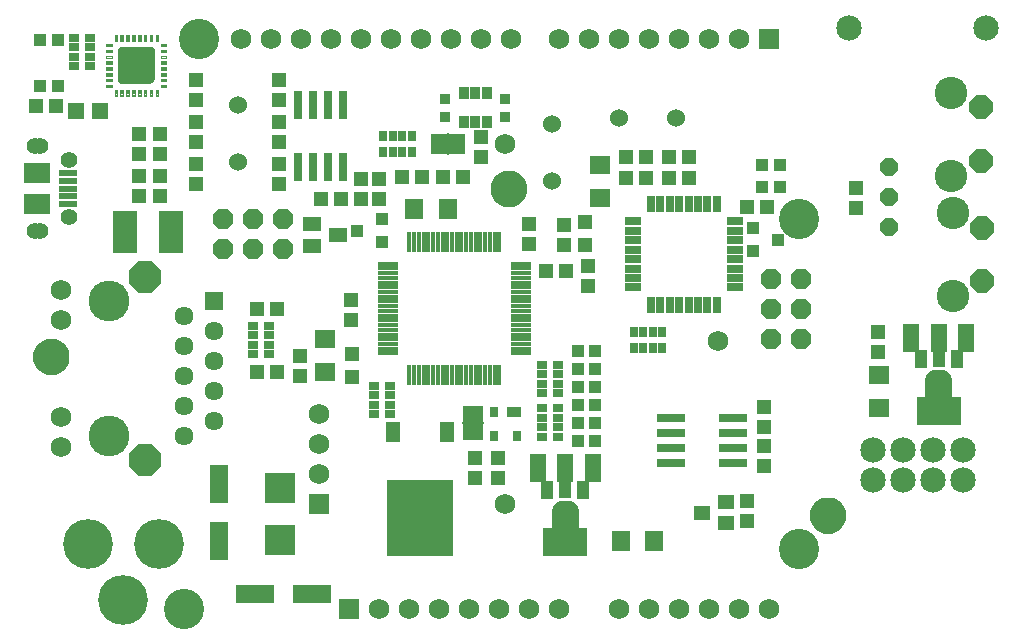
<source format=gts>
G75*
G70*
%OFA0B0*%
%FSLAX24Y24*%
%IPPOS*%
%LPD*%
%AMOC8*
5,1,8,0,0,1.08239X$1,22.5*
%
%ADD10C,0.1340*%
%ADD11C,0.0680*%
%ADD12R,0.0680X0.0680*%
%ADD13R,0.0474X0.0513*%
%ADD14R,0.0513X0.0474*%
%ADD15R,0.0178X0.0710*%
%ADD16R,0.0710X0.0178*%
%ADD17R,0.0631X0.0710*%
%ADD18R,0.0395X0.0395*%
%ADD19C,0.0500*%
%ADD20C,0.0474*%
%ADD21R,0.0560X0.0960*%
%ADD22R,0.1497X0.0946*%
%ADD23R,0.0395X0.0631*%
%ADD24C,0.0660*%
%ADD25R,0.0394X0.0630*%
%ADD26R,0.0634X0.0634*%
%ADD27C,0.0634*%
%ADD28OC8,0.1043*%
%ADD29C,0.1360*%
%ADD30R,0.0474X0.0474*%
%ADD31R,0.0710X0.0631*%
%ADD32R,0.0434X0.0395*%
%ADD33R,0.0300X0.0580*%
%ADD34R,0.0580X0.0300*%
%ADD35C,0.1660*%
%ADD36R,0.2206X0.2521*%
%ADD37R,0.0474X0.0710*%
%ADD38R,0.0631X0.1261*%
%ADD39R,0.1261X0.0631*%
%ADD40R,0.1025X0.1025*%
%ADD41R,0.0474X0.0356*%
%ADD42R,0.0316X0.0356*%
%ADD43C,0.0600*%
%ADD44R,0.0540X0.0710*%
%ADD45R,0.0060X0.0720*%
%ADD46R,0.0828X0.1419*%
%ADD47C,0.0197*%
%ADD48C,0.0040*%
%ADD49R,0.0580X0.0580*%
%ADD50OC8,0.0680*%
%ADD51R,0.0316X0.0946*%
%ADD52R,0.0631X0.0474*%
%ADD53R,0.0277X0.0336*%
%ADD54R,0.0336X0.0277*%
%ADD55R,0.0710X0.0540*%
%ADD56R,0.0720X0.0060*%
%ADD57R,0.0611X0.0237*%
%ADD58R,0.0867X0.0671*%
%ADD59C,0.0556*%
%ADD60R,0.0336X0.0395*%
%ADD61R,0.0380X0.0380*%
%ADD62C,0.0848*%
%ADD63R,0.0530X0.0480*%
%ADD64R,0.0460X0.0480*%
%ADD65OC8,0.0600*%
%ADD66R,0.0946X0.0316*%
%ADD67OC8,0.0780*%
%ADD68C,0.1080*%
D10*
X006940Y001550D03*
X027440Y003550D03*
X027440Y014550D03*
X007440Y020550D03*
D11*
X008840Y020550D03*
X009840Y020550D03*
X010840Y020550D03*
X011840Y020550D03*
X012840Y020550D03*
X013840Y020550D03*
X014840Y020550D03*
X015840Y020550D03*
X016840Y020550D03*
X017840Y020550D03*
X019440Y020550D03*
X020440Y020550D03*
X021440Y020550D03*
X022440Y020550D03*
X023440Y020550D03*
X024440Y020550D03*
X025440Y020550D03*
X017640Y017050D03*
X024715Y010475D03*
X017640Y005050D03*
X011440Y006050D03*
X011440Y007050D03*
X011440Y008050D03*
X002834Y007942D03*
X002834Y006942D03*
X002834Y011158D03*
X002834Y012158D03*
X013440Y001550D03*
X014440Y001550D03*
X015440Y001550D03*
X016440Y001550D03*
X017440Y001550D03*
X018440Y001550D03*
X019440Y001550D03*
X021440Y001550D03*
X022440Y001550D03*
X023440Y001550D03*
X024440Y001550D03*
X025440Y001550D03*
X026440Y001550D03*
D12*
X012440Y001550D03*
X011440Y005050D03*
X026440Y020550D03*
D13*
X016840Y017285D03*
X016840Y016615D03*
X013440Y015885D03*
X012840Y015885D03*
X012840Y015215D03*
X013440Y015215D03*
X010090Y015715D03*
X010090Y016385D03*
X010090Y017115D03*
X010090Y017785D03*
X010090Y018515D03*
X010090Y019185D03*
X007340Y019185D03*
X007340Y018515D03*
X007340Y017785D03*
X007340Y017115D03*
X007340Y016385D03*
X007340Y015715D03*
X006140Y015985D03*
X005440Y015985D03*
X005440Y015315D03*
X006140Y015315D03*
X006140Y016715D03*
X005440Y016715D03*
X005440Y017385D03*
X006140Y017385D03*
X012490Y011835D03*
X012490Y011165D03*
X010790Y009985D03*
X010790Y009315D03*
X016640Y006585D03*
X017390Y006585D03*
X017390Y005915D03*
X016640Y005915D03*
X020390Y012315D03*
X020390Y012985D03*
X019590Y013665D03*
X019590Y014335D03*
X018440Y014385D03*
X018440Y013715D03*
X030065Y010785D03*
X030065Y010115D03*
D14*
X026375Y014950D03*
X025705Y014950D03*
X023775Y015900D03*
X023105Y015900D03*
X022325Y015900D03*
X021655Y015900D03*
X021655Y016600D03*
X022325Y016600D03*
X023105Y016600D03*
X023775Y016600D03*
X016225Y015950D03*
X015555Y015950D03*
X014875Y015950D03*
X014205Y015950D03*
X012175Y015200D03*
X011505Y015200D03*
X010025Y011550D03*
X009355Y011550D03*
X009355Y009450D03*
X010025Y009450D03*
X019005Y012800D03*
X019675Y012800D03*
X002675Y018300D03*
X002005Y018300D03*
D15*
X014444Y013755D03*
X014601Y013755D03*
X014759Y013755D03*
X014916Y013755D03*
X015074Y013755D03*
X015231Y013755D03*
X015389Y013755D03*
X015546Y013755D03*
X015704Y013755D03*
X015861Y013755D03*
X016019Y013755D03*
X016176Y013755D03*
X016334Y013755D03*
X016491Y013755D03*
X016649Y013755D03*
X016806Y013755D03*
X016964Y013755D03*
X017121Y013755D03*
X017279Y013755D03*
X017436Y013755D03*
X017436Y009345D03*
X017279Y009345D03*
X017121Y009345D03*
X016964Y009345D03*
X016806Y009345D03*
X016649Y009345D03*
X016491Y009345D03*
X016334Y009345D03*
X016176Y009345D03*
X016019Y009345D03*
X015861Y009345D03*
X015704Y009345D03*
X015546Y009345D03*
X015389Y009345D03*
X015231Y009345D03*
X015074Y009345D03*
X014916Y009345D03*
X014759Y009345D03*
X014601Y009345D03*
X014444Y009345D03*
D16*
X013735Y010054D03*
X013735Y010211D03*
X013735Y010369D03*
X013735Y010526D03*
X013735Y010684D03*
X013735Y010841D03*
X013735Y010999D03*
X013735Y011156D03*
X013735Y011314D03*
X013735Y011471D03*
X013735Y011629D03*
X013735Y011786D03*
X013735Y011944D03*
X013735Y012101D03*
X013735Y012259D03*
X013735Y012416D03*
X013735Y012574D03*
X013735Y012731D03*
X013735Y012889D03*
X013735Y013046D03*
X018145Y013046D03*
X018145Y012889D03*
X018145Y012731D03*
X018145Y012574D03*
X018145Y012416D03*
X018145Y012259D03*
X018145Y012101D03*
X018145Y011944D03*
X018145Y011786D03*
X018145Y011629D03*
X018145Y011471D03*
X018145Y011314D03*
X018145Y011156D03*
X018145Y010999D03*
X018145Y010841D03*
X018145Y010684D03*
X018145Y010526D03*
X018145Y010369D03*
X018145Y010211D03*
X018145Y010054D03*
D17*
X015711Y014880D03*
X014609Y014880D03*
X021489Y003800D03*
X022591Y003800D03*
D18*
X020635Y007150D03*
X020045Y007150D03*
X020045Y007750D03*
X020635Y007750D03*
X020635Y008350D03*
X020045Y008350D03*
X020045Y008950D03*
X020635Y008950D03*
X020635Y009550D03*
X020045Y009550D03*
X020045Y010150D03*
X020635Y010150D03*
X026195Y015600D03*
X026785Y015600D03*
X026785Y016350D03*
X026195Y016350D03*
X002718Y018958D03*
X002127Y018958D03*
X002127Y020491D03*
X002718Y020491D03*
D19*
X017386Y015550D02*
X017388Y015587D01*
X017394Y015624D01*
X017403Y015659D01*
X017417Y015694D01*
X017433Y015727D01*
X017454Y015758D01*
X017477Y015787D01*
X017503Y015813D01*
X017532Y015836D01*
X017563Y015857D01*
X017596Y015873D01*
X017631Y015887D01*
X017666Y015896D01*
X017703Y015902D01*
X017740Y015904D01*
X017777Y015902D01*
X017814Y015896D01*
X017849Y015887D01*
X017884Y015873D01*
X017917Y015857D01*
X017948Y015836D01*
X017977Y015813D01*
X018003Y015787D01*
X018026Y015758D01*
X018047Y015727D01*
X018063Y015694D01*
X018077Y015659D01*
X018086Y015624D01*
X018092Y015587D01*
X018094Y015550D01*
X018092Y015513D01*
X018086Y015476D01*
X018077Y015441D01*
X018063Y015406D01*
X018047Y015373D01*
X018026Y015342D01*
X018003Y015313D01*
X017977Y015287D01*
X017948Y015264D01*
X017917Y015243D01*
X017884Y015227D01*
X017849Y015213D01*
X017814Y015204D01*
X017777Y015198D01*
X017740Y015196D01*
X017703Y015198D01*
X017666Y015204D01*
X017631Y015213D01*
X017596Y015227D01*
X017563Y015243D01*
X017532Y015264D01*
X017503Y015287D01*
X017477Y015313D01*
X017454Y015342D01*
X017433Y015373D01*
X017417Y015406D01*
X017403Y015441D01*
X017394Y015476D01*
X017388Y015513D01*
X017386Y015550D01*
X002136Y009950D02*
X002138Y009987D01*
X002144Y010024D01*
X002153Y010059D01*
X002167Y010094D01*
X002183Y010127D01*
X002204Y010158D01*
X002227Y010187D01*
X002253Y010213D01*
X002282Y010236D01*
X002313Y010257D01*
X002346Y010273D01*
X002381Y010287D01*
X002416Y010296D01*
X002453Y010302D01*
X002490Y010304D01*
X002527Y010302D01*
X002564Y010296D01*
X002599Y010287D01*
X002634Y010273D01*
X002667Y010257D01*
X002698Y010236D01*
X002727Y010213D01*
X002753Y010187D01*
X002776Y010158D01*
X002797Y010127D01*
X002813Y010094D01*
X002827Y010059D01*
X002836Y010024D01*
X002842Y009987D01*
X002844Y009950D01*
X002842Y009913D01*
X002836Y009876D01*
X002827Y009841D01*
X002813Y009806D01*
X002797Y009773D01*
X002776Y009742D01*
X002753Y009713D01*
X002727Y009687D01*
X002698Y009664D01*
X002667Y009643D01*
X002634Y009627D01*
X002599Y009613D01*
X002564Y009604D01*
X002527Y009598D01*
X002490Y009596D01*
X002453Y009598D01*
X002416Y009604D01*
X002381Y009613D01*
X002346Y009627D01*
X002313Y009643D01*
X002282Y009664D01*
X002253Y009687D01*
X002227Y009713D01*
X002204Y009742D01*
X002183Y009773D01*
X002167Y009806D01*
X002153Y009841D01*
X002144Y009876D01*
X002138Y009913D01*
X002136Y009950D01*
X028024Y004663D02*
X028026Y004700D01*
X028032Y004737D01*
X028041Y004772D01*
X028055Y004807D01*
X028071Y004840D01*
X028092Y004871D01*
X028115Y004900D01*
X028141Y004926D01*
X028170Y004949D01*
X028201Y004970D01*
X028234Y004986D01*
X028269Y005000D01*
X028304Y005009D01*
X028341Y005015D01*
X028378Y005017D01*
X028415Y005015D01*
X028452Y005009D01*
X028487Y005000D01*
X028522Y004986D01*
X028555Y004970D01*
X028586Y004949D01*
X028615Y004926D01*
X028641Y004900D01*
X028664Y004871D01*
X028685Y004840D01*
X028701Y004807D01*
X028715Y004772D01*
X028724Y004737D01*
X028730Y004700D01*
X028732Y004663D01*
X028730Y004626D01*
X028724Y004589D01*
X028715Y004554D01*
X028701Y004519D01*
X028685Y004486D01*
X028664Y004455D01*
X028641Y004426D01*
X028615Y004400D01*
X028586Y004377D01*
X028555Y004356D01*
X028522Y004340D01*
X028487Y004326D01*
X028452Y004317D01*
X028415Y004311D01*
X028378Y004309D01*
X028341Y004311D01*
X028304Y004317D01*
X028269Y004326D01*
X028234Y004340D01*
X028201Y004356D01*
X028170Y004377D01*
X028141Y004400D01*
X028115Y004426D01*
X028092Y004455D01*
X028071Y004486D01*
X028055Y004519D01*
X028041Y004554D01*
X028032Y004589D01*
X028026Y004626D01*
X028024Y004663D01*
D20*
X028378Y004663D03*
X017740Y015550D03*
X002490Y009950D03*
D21*
X018730Y006220D03*
X019640Y006220D03*
X020550Y006220D03*
X031168Y010583D03*
X032078Y010583D03*
X032988Y010583D03*
D22*
X032078Y008142D03*
X019640Y003780D03*
D23*
X019040Y005500D03*
X020240Y005500D03*
X031478Y009875D03*
X032678Y009875D03*
D24*
X032188Y009183D02*
X031968Y009183D01*
X032188Y009183D02*
X032188Y008327D01*
X031968Y008327D01*
X031968Y009183D01*
X031968Y008986D02*
X032188Y008986D01*
X019750Y004808D02*
X019530Y004808D01*
X019750Y004808D02*
X019750Y003952D01*
X019530Y003952D01*
X019530Y004808D01*
X019530Y004611D02*
X019750Y004611D01*
D25*
X019640Y005530D03*
X032078Y009905D03*
D26*
X007940Y011800D03*
D27*
X006940Y011300D03*
X007940Y010800D03*
X006940Y010300D03*
X007940Y009800D03*
X006940Y009300D03*
X007940Y008800D03*
X006940Y008300D03*
X007940Y007800D03*
X006940Y007300D03*
D28*
X005641Y006501D03*
X005641Y012599D03*
D29*
X004440Y011800D03*
X004440Y007300D03*
D30*
X012540Y009256D03*
X012540Y010044D03*
X020290Y013656D03*
X020290Y014444D03*
D31*
X020790Y015249D03*
X020790Y016351D03*
X011640Y010551D03*
X011640Y009449D03*
X030090Y009326D03*
X030090Y008224D03*
D32*
X025896Y013476D03*
X026723Y013850D03*
X025896Y014224D03*
X013534Y014524D03*
X012707Y014150D03*
X013534Y013776D03*
D33*
X022488Y015046D03*
X022803Y015046D03*
X023118Y015046D03*
X023433Y015046D03*
X023747Y015046D03*
X024062Y015046D03*
X024377Y015046D03*
X024692Y015046D03*
X024692Y011666D03*
X024377Y011666D03*
X024062Y011666D03*
X023747Y011666D03*
X023433Y011666D03*
X023118Y011666D03*
X022803Y011666D03*
X022488Y011666D03*
D34*
X021900Y012254D03*
X021900Y012569D03*
X021900Y012884D03*
X021900Y013199D03*
X021900Y013514D03*
X021900Y013829D03*
X021900Y014144D03*
X021900Y014459D03*
X025280Y014459D03*
X025280Y014144D03*
X025280Y013829D03*
X025280Y013514D03*
X025280Y013199D03*
X025280Y012884D03*
X025280Y012569D03*
X025280Y012254D03*
D35*
X004903Y001850D03*
X006084Y003700D03*
X003721Y003700D03*
D36*
X014790Y004566D03*
D37*
X013892Y007440D03*
X015688Y007440D03*
D38*
X008090Y005695D03*
X008090Y003805D03*
D39*
X009295Y002050D03*
X011185Y002050D03*
D40*
X010140Y003834D03*
X010140Y005566D03*
D41*
X017935Y008094D03*
D42*
X017266Y008094D03*
X017266Y007306D03*
X018014Y007306D03*
D43*
X019190Y015800D03*
X019190Y017700D03*
X021440Y017900D03*
X023340Y017900D03*
X008740Y018350D03*
X008740Y016450D03*
D44*
X015440Y017050D03*
X016040Y017050D03*
D45*
X015740Y017050D03*
D46*
X006508Y014100D03*
X004972Y014100D03*
D47*
X004818Y019128D02*
X004818Y020172D01*
X005862Y020172D01*
X005862Y019187D01*
X005803Y019128D01*
X004818Y019128D01*
X004818Y019304D02*
X005862Y019304D01*
X005862Y019499D02*
X004818Y019499D01*
X004818Y019694D02*
X005862Y019694D01*
X005862Y019890D02*
X004818Y019890D01*
X004818Y020085D02*
X005862Y020085D01*
D48*
X006147Y020103D02*
X006147Y020181D01*
X006344Y020181D01*
X006344Y020103D01*
X006147Y020103D01*
X006147Y020108D02*
X006344Y020108D01*
X006344Y020147D02*
X006147Y020147D01*
X006147Y020300D02*
X006344Y020300D01*
X006344Y020378D01*
X006167Y020378D01*
X006147Y020359D01*
X006147Y020300D01*
X006147Y020301D02*
X006344Y020301D01*
X006344Y020339D02*
X006147Y020339D01*
X006166Y020378D02*
X006344Y020378D01*
X006068Y020477D02*
X006068Y020654D01*
X005990Y020654D01*
X005990Y020457D01*
X006049Y020457D01*
X006068Y020477D01*
X006068Y020493D02*
X005990Y020493D01*
X005990Y020532D02*
X006068Y020532D01*
X006068Y020570D02*
X005990Y020570D01*
X005990Y020609D02*
X006068Y020609D01*
X006068Y020647D02*
X005990Y020647D01*
X005871Y020647D02*
X005793Y020647D01*
X005793Y020654D02*
X005871Y020654D01*
X005871Y020457D01*
X005793Y020457D01*
X005793Y020654D01*
X005793Y020609D02*
X005871Y020609D01*
X005871Y020570D02*
X005793Y020570D01*
X005793Y020532D02*
X005871Y020532D01*
X005871Y020493D02*
X005793Y020493D01*
X005675Y020493D02*
X005596Y020493D01*
X005596Y020457D02*
X005596Y020654D01*
X005675Y020654D01*
X005675Y020457D01*
X005596Y020457D01*
X005596Y020532D02*
X005675Y020532D01*
X005675Y020570D02*
X005596Y020570D01*
X005596Y020609D02*
X005675Y020609D01*
X005675Y020647D02*
X005596Y020647D01*
X005478Y020647D02*
X005399Y020647D01*
X005399Y020654D02*
X005478Y020654D01*
X005478Y020457D01*
X005399Y020457D01*
X005399Y020654D01*
X005399Y020609D02*
X005478Y020609D01*
X005478Y020570D02*
X005399Y020570D01*
X005399Y020532D02*
X005478Y020532D01*
X005478Y020493D02*
X005399Y020493D01*
X005281Y020493D02*
X005202Y020493D01*
X005202Y020457D02*
X005202Y020654D01*
X005281Y020654D01*
X005281Y020457D01*
X005202Y020457D01*
X005202Y020532D02*
X005281Y020532D01*
X005281Y020570D02*
X005202Y020570D01*
X005202Y020609D02*
X005281Y020609D01*
X005281Y020647D02*
X005202Y020647D01*
X005084Y020647D02*
X005005Y020647D01*
X005005Y020654D02*
X005084Y020654D01*
X005084Y020457D01*
X005005Y020457D01*
X005005Y020654D01*
X005005Y020609D02*
X005084Y020609D01*
X005084Y020570D02*
X005005Y020570D01*
X005005Y020532D02*
X005084Y020532D01*
X005084Y020493D02*
X005005Y020493D01*
X004887Y020493D02*
X004809Y020493D01*
X004809Y020457D02*
X004809Y020654D01*
X004887Y020654D01*
X004887Y020457D01*
X004809Y020457D01*
X004809Y020532D02*
X004887Y020532D01*
X004887Y020570D02*
X004809Y020570D01*
X004809Y020609D02*
X004887Y020609D01*
X004887Y020647D02*
X004809Y020647D01*
X004690Y020647D02*
X004612Y020647D01*
X004612Y020654D02*
X004690Y020654D01*
X004690Y020457D01*
X004631Y020457D01*
X004612Y020477D01*
X004612Y020654D01*
X004612Y020609D02*
X004690Y020609D01*
X004690Y020570D02*
X004612Y020570D01*
X004612Y020532D02*
X004690Y020532D01*
X004690Y020493D02*
X004612Y020493D01*
X004513Y020378D02*
X004533Y020359D01*
X004533Y020300D01*
X004336Y020300D01*
X004336Y020378D01*
X004513Y020378D01*
X004514Y020378D02*
X004336Y020378D01*
X004336Y020339D02*
X004533Y020339D01*
X004533Y020301D02*
X004336Y020301D01*
X004336Y020181D02*
X004336Y020103D01*
X004533Y020103D01*
X004533Y020181D01*
X004336Y020181D01*
X004336Y020147D02*
X004533Y020147D01*
X004533Y020108D02*
X004336Y020108D01*
X004336Y019985D02*
X004336Y019906D01*
X004533Y019906D01*
X004533Y019985D01*
X004336Y019985D01*
X004336Y019954D02*
X004533Y019954D01*
X004533Y019916D02*
X004336Y019916D01*
X004336Y019788D02*
X004336Y019709D01*
X004533Y019709D01*
X004533Y019788D01*
X004336Y019788D01*
X004336Y019762D02*
X004533Y019762D01*
X004533Y019723D02*
X004336Y019723D01*
X004336Y019591D02*
X004336Y019512D01*
X004533Y019512D01*
X004533Y019591D01*
X004336Y019591D01*
X004336Y019569D02*
X004533Y019569D01*
X004533Y019531D02*
X004336Y019531D01*
X004336Y019394D02*
X004336Y019315D01*
X004533Y019315D01*
X004533Y019394D01*
X004336Y019394D01*
X004336Y019377D02*
X004533Y019377D01*
X004533Y019338D02*
X004336Y019338D01*
X004336Y019197D02*
X004336Y019119D01*
X004533Y019119D01*
X004533Y019197D01*
X004336Y019197D01*
X004336Y019184D02*
X004533Y019184D01*
X004533Y019146D02*
X004336Y019146D01*
X004336Y019000D02*
X004336Y018922D01*
X004513Y018922D01*
X004533Y018941D01*
X004533Y019000D01*
X004336Y019000D01*
X004336Y018992D02*
X004533Y018992D01*
X004533Y018953D02*
X004336Y018953D01*
X004612Y018823D02*
X004612Y018646D01*
X004690Y018646D01*
X004690Y018843D01*
X004631Y018843D01*
X004612Y018823D01*
X004626Y018838D02*
X004690Y018838D01*
X004690Y018799D02*
X004612Y018799D01*
X004612Y018761D02*
X004690Y018761D01*
X004690Y018722D02*
X004612Y018722D01*
X004612Y018684D02*
X004690Y018684D01*
X004809Y018684D02*
X004887Y018684D01*
X004887Y018646D02*
X004809Y018646D01*
X004809Y018843D01*
X004887Y018843D01*
X004887Y018646D01*
X004887Y018722D02*
X004809Y018722D01*
X004809Y018761D02*
X004887Y018761D01*
X004887Y018799D02*
X004809Y018799D01*
X004809Y018838D02*
X004887Y018838D01*
X005005Y018838D02*
X005084Y018838D01*
X005084Y018843D02*
X005084Y018646D01*
X005005Y018646D01*
X005005Y018843D01*
X005084Y018843D01*
X005084Y018799D02*
X005005Y018799D01*
X005005Y018761D02*
X005084Y018761D01*
X005084Y018722D02*
X005005Y018722D01*
X005005Y018684D02*
X005084Y018684D01*
X005202Y018684D02*
X005281Y018684D01*
X005281Y018646D02*
X005202Y018646D01*
X005202Y018843D01*
X005281Y018843D01*
X005281Y018646D01*
X005281Y018722D02*
X005202Y018722D01*
X005202Y018761D02*
X005281Y018761D01*
X005281Y018799D02*
X005202Y018799D01*
X005202Y018838D02*
X005281Y018838D01*
X005399Y018838D02*
X005478Y018838D01*
X005478Y018843D02*
X005478Y018646D01*
X005399Y018646D01*
X005399Y018843D01*
X005478Y018843D01*
X005478Y018799D02*
X005399Y018799D01*
X005399Y018761D02*
X005478Y018761D01*
X005478Y018722D02*
X005399Y018722D01*
X005399Y018684D02*
X005478Y018684D01*
X005596Y018684D02*
X005675Y018684D01*
X005675Y018646D02*
X005596Y018646D01*
X005596Y018843D01*
X005675Y018843D01*
X005675Y018646D01*
X005675Y018722D02*
X005596Y018722D01*
X005596Y018761D02*
X005675Y018761D01*
X005675Y018799D02*
X005596Y018799D01*
X005596Y018838D02*
X005675Y018838D01*
X005793Y018838D02*
X005871Y018838D01*
X005871Y018843D02*
X005871Y018646D01*
X005793Y018646D01*
X005793Y018843D01*
X005871Y018843D01*
X005871Y018799D02*
X005793Y018799D01*
X005793Y018761D02*
X005871Y018761D01*
X005871Y018722D02*
X005793Y018722D01*
X005793Y018684D02*
X005871Y018684D01*
X005990Y018684D02*
X006068Y018684D01*
X006068Y018646D02*
X005990Y018646D01*
X005990Y018843D01*
X006049Y018843D01*
X006068Y018823D01*
X006068Y018646D01*
X006068Y018722D02*
X005990Y018722D01*
X005990Y018761D02*
X006068Y018761D01*
X006068Y018799D02*
X005990Y018799D01*
X005990Y018838D02*
X006054Y018838D01*
X006147Y018941D02*
X006147Y019000D01*
X006344Y019000D01*
X006344Y018922D01*
X006167Y018922D01*
X006147Y018941D01*
X006147Y018953D02*
X006344Y018953D01*
X006344Y018992D02*
X006147Y018992D01*
X006147Y019119D02*
X006147Y019197D01*
X006344Y019197D01*
X006344Y019119D01*
X006147Y019119D01*
X006147Y019146D02*
X006344Y019146D01*
X006344Y019184D02*
X006147Y019184D01*
X006147Y019315D02*
X006147Y019394D01*
X006344Y019394D01*
X006344Y019315D01*
X006147Y019315D01*
X006147Y019338D02*
X006344Y019338D01*
X006344Y019377D02*
X006147Y019377D01*
X006147Y019512D02*
X006147Y019591D01*
X006344Y019591D01*
X006344Y019512D01*
X006147Y019512D01*
X006147Y019531D02*
X006344Y019531D01*
X006344Y019569D02*
X006147Y019569D01*
X006147Y019709D02*
X006147Y019788D01*
X006344Y019788D01*
X006344Y019709D01*
X006147Y019709D01*
X006147Y019723D02*
X006344Y019723D01*
X006344Y019762D02*
X006147Y019762D01*
X006147Y019906D02*
X006147Y019985D01*
X006344Y019985D01*
X006344Y019906D01*
X006147Y019906D01*
X006147Y019916D02*
X006344Y019916D01*
X006344Y019954D02*
X006147Y019954D01*
D49*
X004140Y018150D03*
X003340Y018150D03*
D50*
X008240Y014550D03*
X009240Y014550D03*
X010240Y014550D03*
X010240Y013550D03*
X009240Y013550D03*
X008240Y013550D03*
X026495Y012530D03*
X027495Y012530D03*
X027495Y011530D03*
X026495Y011530D03*
X026495Y010530D03*
X027495Y010530D03*
D51*
X012240Y016276D03*
X011740Y016276D03*
X011240Y016276D03*
X010740Y016276D03*
X010740Y018324D03*
X011240Y018324D03*
X011740Y018324D03*
X012240Y018324D03*
D52*
X011207Y014374D03*
X012073Y014000D03*
X011207Y013626D03*
D53*
X013568Y016784D03*
X013883Y016784D03*
X014197Y016784D03*
X014512Y016784D03*
X014512Y017316D03*
X014197Y017316D03*
X013883Y017316D03*
X013568Y017316D03*
X021918Y010766D03*
X022233Y010766D03*
X022547Y010766D03*
X022862Y010766D03*
X022862Y010234D03*
X022547Y010234D03*
X022233Y010234D03*
X021918Y010234D03*
D54*
X019406Y009672D03*
X019406Y009357D03*
X018874Y009357D03*
X018874Y009672D03*
X018874Y009043D03*
X018874Y008728D03*
X019406Y008728D03*
X019406Y009043D03*
X019406Y008222D03*
X018874Y008222D03*
X018874Y007907D03*
X018874Y007593D03*
X019406Y007593D03*
X019406Y007907D03*
X019406Y007278D03*
X018874Y007278D03*
X013806Y008028D03*
X013806Y008343D03*
X013274Y008343D03*
X013274Y008028D03*
X013274Y008657D03*
X013274Y008972D03*
X013806Y008972D03*
X013806Y008657D03*
X009756Y010028D03*
X009756Y010343D03*
X009224Y010343D03*
X009224Y010028D03*
X009224Y010657D03*
X009224Y010972D03*
X009756Y010972D03*
X009756Y010657D03*
X003784Y019628D03*
X003253Y019628D03*
X003253Y019943D03*
X003253Y020257D03*
X003784Y020257D03*
X003784Y019943D03*
X003784Y020572D03*
X003253Y020572D03*
D55*
X016565Y008025D03*
X016565Y007425D03*
D56*
X016565Y007725D03*
D57*
X003054Y015038D03*
X003054Y015294D03*
X003054Y015550D03*
X003054Y015806D03*
X003054Y016062D03*
D58*
X002040Y016062D03*
X002040Y015038D03*
D59*
X003083Y014595D03*
X002119Y014123D03*
X001961Y014123D03*
X003083Y016505D03*
X002119Y016977D03*
X001961Y016977D03*
D60*
X016266Y017778D03*
X016640Y017778D03*
X017014Y017778D03*
X017014Y018722D03*
X016640Y018722D03*
X016266Y018722D03*
D61*
X015640Y018550D03*
X015640Y017950D03*
X017640Y017950D03*
X017640Y018550D03*
D62*
X029100Y020898D03*
X033668Y020895D03*
X032908Y006838D03*
X031898Y006840D03*
X030893Y006838D03*
X029888Y006840D03*
X029890Y005850D03*
X030895Y005848D03*
X031900Y005850D03*
X032910Y005848D03*
D63*
X024990Y005088D03*
X024190Y004738D03*
X024990Y004388D03*
D64*
X025690Y004478D03*
X025690Y005147D03*
X026253Y006290D03*
X026253Y006960D03*
X026265Y007615D03*
X026265Y008285D03*
X029340Y014903D03*
X029340Y015572D03*
D65*
X030428Y015275D03*
X030428Y016275D03*
X030428Y014275D03*
D66*
X025214Y007913D03*
X025214Y007413D03*
X025214Y006913D03*
X025214Y006413D03*
X023166Y006413D03*
X023166Y006913D03*
X023166Y007413D03*
X023166Y007913D03*
D67*
X033530Y012460D03*
X033530Y014240D03*
X033480Y016473D03*
X033480Y018253D03*
D68*
X032500Y018743D03*
X032500Y015983D03*
X032550Y014730D03*
X032550Y011970D03*
M02*

</source>
